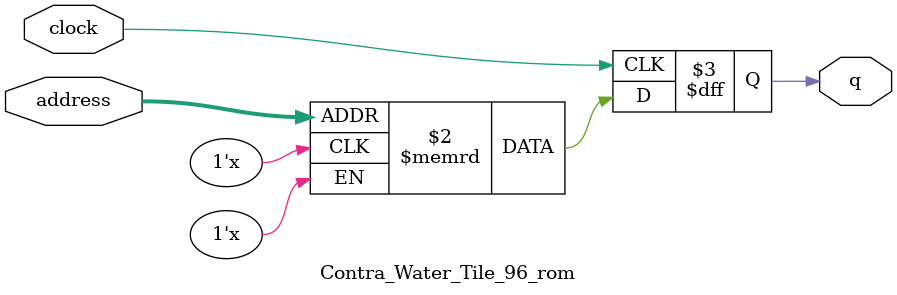
<source format=sv>
module Contra_Water_Tile_96_rom (
	input logic clock,
	input logic [13:0] address,
	output logic [0:0] q
);

logic [0:0] memory [0:9215] /* synthesis ram_init_file = "./Contra_Water_Tile_96/Contra_Water_Tile_96.mif" */;

always_ff @ (posedge clock) begin
	q <= memory[address];
end

endmodule

</source>
